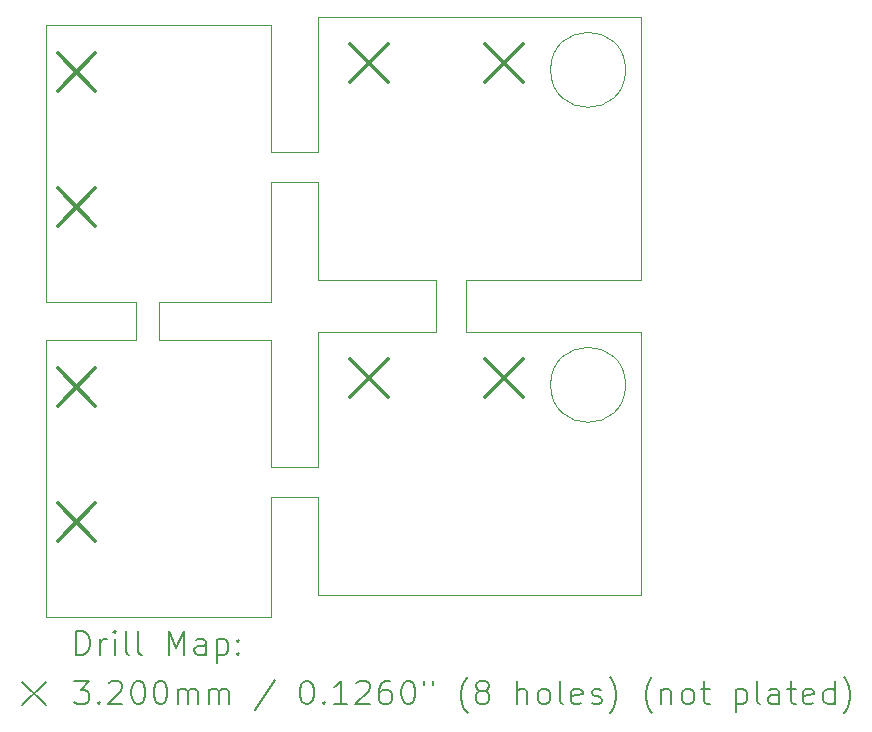
<source format=gbr>
%TF.GenerationSoftware,KiCad,Pcbnew,7.0.9*%
%TF.CreationDate,2024-06-07T23:50:48-04:00*%
%TF.ProjectId,8P breakout header,38502062-7265-4616-9b6f-757420686561,rev?*%
%TF.SameCoordinates,Original*%
%TF.FileFunction,Drillmap*%
%TF.FilePolarity,Positive*%
%FSLAX45Y45*%
G04 Gerber Fmt 4.5, Leading zero omitted, Abs format (unit mm)*
G04 Created by KiCad (PCBNEW 7.0.9) date 2024-06-07 23:50:48*
%MOMM*%
%LPD*%
G01*
G04 APERTURE LIST*
%ADD10C,0.100000*%
%ADD11C,0.200000*%
%ADD12C,0.320000*%
G04 APERTURE END LIST*
D10*
X19240500Y-7493000D02*
X20717250Y-7493000D01*
X19240500Y-7429500D02*
X19240500Y-7493000D01*
X19240500Y-7048500D02*
X19240500Y-7429500D01*
X20717250Y-7048500D02*
X19240500Y-7048500D01*
X18986500Y-7048500D02*
X17986750Y-7048500D01*
X18986500Y-7493000D02*
X18986500Y-7048500D01*
X17986750Y-7493000D02*
X18986500Y-7493000D01*
X16637000Y-7556500D02*
X17589500Y-7556500D01*
X16637000Y-7239000D02*
X16637000Y-7556500D01*
X17589500Y-7239000D02*
X16637000Y-7239000D01*
X16446500Y-7556500D02*
X15684500Y-7556500D01*
X16446500Y-7239000D02*
X16446500Y-7556500D01*
X15684500Y-7239000D02*
X16446500Y-7239000D01*
X20590250Y-7937500D02*
G75*
G03*
X20590250Y-7937500I-317500J0D01*
G01*
X17589500Y-9906000D02*
X17589500Y-8890000D01*
X15684500Y-7556500D02*
X15684500Y-9906000D01*
X17589500Y-8636000D02*
X17589500Y-7556500D01*
X17589500Y-8890000D02*
X17986750Y-8890000D01*
X17986750Y-7493000D02*
X17986750Y-8636000D01*
X15684500Y-9906000D02*
X17589500Y-9906000D01*
X17986750Y-9715500D02*
X20717250Y-9715500D01*
X17986750Y-8890000D02*
X17986750Y-9715500D01*
X20717250Y-9715500D02*
X20717250Y-7493000D01*
X17589500Y-8636000D02*
X17986750Y-8636000D01*
X17589500Y-6223000D02*
X17986750Y-6223000D01*
X17589500Y-5969000D02*
X17986750Y-5969000D01*
X17589500Y-7239000D02*
X17589500Y-6223000D01*
X15684500Y-4889500D02*
X15684500Y-7239000D01*
X17589500Y-4889500D02*
X15684500Y-4889500D01*
X17589500Y-5969000D02*
X17589500Y-4889500D01*
X17986750Y-4826000D02*
X17986750Y-5969000D01*
X20717250Y-4826000D02*
X17986750Y-4826000D01*
X20717250Y-7048500D02*
X20717250Y-4826000D01*
X17986750Y-6223000D02*
X17986750Y-7048500D01*
X20590250Y-5270500D02*
G75*
G03*
X20590250Y-5270500I-317500J0D01*
G01*
D11*
D12*
X15780500Y-5126750D02*
X16100500Y-5446750D01*
X16100500Y-5126750D02*
X15780500Y-5446750D01*
X15780500Y-6269750D02*
X16100500Y-6589750D01*
X16100500Y-6269750D02*
X15780500Y-6589750D01*
X15780500Y-7793750D02*
X16100500Y-8113750D01*
X16100500Y-7793750D02*
X15780500Y-8113750D01*
X15780500Y-8936750D02*
X16100500Y-9256750D01*
X16100500Y-8936750D02*
X15780500Y-9256750D01*
X18255000Y-5049000D02*
X18575000Y-5369000D01*
X18575000Y-5049000D02*
X18255000Y-5369000D01*
X18255000Y-7716000D02*
X18575000Y-8036000D01*
X18575000Y-7716000D02*
X18255000Y-8036000D01*
X19398000Y-5049000D02*
X19718000Y-5369000D01*
X19718000Y-5049000D02*
X19398000Y-5369000D01*
X19398000Y-7716000D02*
X19718000Y-8036000D01*
X19718000Y-7716000D02*
X19398000Y-8036000D01*
D11*
X15940277Y-10222484D02*
X15940277Y-10022484D01*
X15940277Y-10022484D02*
X15987896Y-10022484D01*
X15987896Y-10022484D02*
X16016467Y-10032008D01*
X16016467Y-10032008D02*
X16035515Y-10051055D01*
X16035515Y-10051055D02*
X16045039Y-10070103D01*
X16045039Y-10070103D02*
X16054562Y-10108198D01*
X16054562Y-10108198D02*
X16054562Y-10136770D01*
X16054562Y-10136770D02*
X16045039Y-10174865D01*
X16045039Y-10174865D02*
X16035515Y-10193912D01*
X16035515Y-10193912D02*
X16016467Y-10212960D01*
X16016467Y-10212960D02*
X15987896Y-10222484D01*
X15987896Y-10222484D02*
X15940277Y-10222484D01*
X16140277Y-10222484D02*
X16140277Y-10089150D01*
X16140277Y-10127246D02*
X16149801Y-10108198D01*
X16149801Y-10108198D02*
X16159324Y-10098674D01*
X16159324Y-10098674D02*
X16178372Y-10089150D01*
X16178372Y-10089150D02*
X16197420Y-10089150D01*
X16264086Y-10222484D02*
X16264086Y-10089150D01*
X16264086Y-10022484D02*
X16254562Y-10032008D01*
X16254562Y-10032008D02*
X16264086Y-10041531D01*
X16264086Y-10041531D02*
X16273610Y-10032008D01*
X16273610Y-10032008D02*
X16264086Y-10022484D01*
X16264086Y-10022484D02*
X16264086Y-10041531D01*
X16387896Y-10222484D02*
X16368848Y-10212960D01*
X16368848Y-10212960D02*
X16359324Y-10193912D01*
X16359324Y-10193912D02*
X16359324Y-10022484D01*
X16492658Y-10222484D02*
X16473610Y-10212960D01*
X16473610Y-10212960D02*
X16464086Y-10193912D01*
X16464086Y-10193912D02*
X16464086Y-10022484D01*
X16721229Y-10222484D02*
X16721229Y-10022484D01*
X16721229Y-10022484D02*
X16787896Y-10165341D01*
X16787896Y-10165341D02*
X16854563Y-10022484D01*
X16854563Y-10022484D02*
X16854563Y-10222484D01*
X17035515Y-10222484D02*
X17035515Y-10117722D01*
X17035515Y-10117722D02*
X17025991Y-10098674D01*
X17025991Y-10098674D02*
X17006944Y-10089150D01*
X17006944Y-10089150D02*
X16968848Y-10089150D01*
X16968848Y-10089150D02*
X16949801Y-10098674D01*
X17035515Y-10212960D02*
X17016467Y-10222484D01*
X17016467Y-10222484D02*
X16968848Y-10222484D01*
X16968848Y-10222484D02*
X16949801Y-10212960D01*
X16949801Y-10212960D02*
X16940277Y-10193912D01*
X16940277Y-10193912D02*
X16940277Y-10174865D01*
X16940277Y-10174865D02*
X16949801Y-10155817D01*
X16949801Y-10155817D02*
X16968848Y-10146293D01*
X16968848Y-10146293D02*
X17016467Y-10146293D01*
X17016467Y-10146293D02*
X17035515Y-10136770D01*
X17130753Y-10089150D02*
X17130753Y-10289150D01*
X17130753Y-10098674D02*
X17149801Y-10089150D01*
X17149801Y-10089150D02*
X17187896Y-10089150D01*
X17187896Y-10089150D02*
X17206944Y-10098674D01*
X17206944Y-10098674D02*
X17216467Y-10108198D01*
X17216467Y-10108198D02*
X17225991Y-10127246D01*
X17225991Y-10127246D02*
X17225991Y-10184389D01*
X17225991Y-10184389D02*
X17216467Y-10203436D01*
X17216467Y-10203436D02*
X17206944Y-10212960D01*
X17206944Y-10212960D02*
X17187896Y-10222484D01*
X17187896Y-10222484D02*
X17149801Y-10222484D01*
X17149801Y-10222484D02*
X17130753Y-10212960D01*
X17311705Y-10203436D02*
X17321229Y-10212960D01*
X17321229Y-10212960D02*
X17311705Y-10222484D01*
X17311705Y-10222484D02*
X17302182Y-10212960D01*
X17302182Y-10212960D02*
X17311705Y-10203436D01*
X17311705Y-10203436D02*
X17311705Y-10222484D01*
X17311705Y-10098674D02*
X17321229Y-10108198D01*
X17321229Y-10108198D02*
X17311705Y-10117722D01*
X17311705Y-10117722D02*
X17302182Y-10108198D01*
X17302182Y-10108198D02*
X17311705Y-10098674D01*
X17311705Y-10098674D02*
X17311705Y-10117722D01*
X15479500Y-10451000D02*
X15679500Y-10651000D01*
X15679500Y-10451000D02*
X15479500Y-10651000D01*
X15921229Y-10442484D02*
X16045039Y-10442484D01*
X16045039Y-10442484D02*
X15978372Y-10518674D01*
X15978372Y-10518674D02*
X16006943Y-10518674D01*
X16006943Y-10518674D02*
X16025991Y-10528198D01*
X16025991Y-10528198D02*
X16035515Y-10537722D01*
X16035515Y-10537722D02*
X16045039Y-10556770D01*
X16045039Y-10556770D02*
X16045039Y-10604389D01*
X16045039Y-10604389D02*
X16035515Y-10623436D01*
X16035515Y-10623436D02*
X16025991Y-10632960D01*
X16025991Y-10632960D02*
X16006943Y-10642484D01*
X16006943Y-10642484D02*
X15949801Y-10642484D01*
X15949801Y-10642484D02*
X15930753Y-10632960D01*
X15930753Y-10632960D02*
X15921229Y-10623436D01*
X16130753Y-10623436D02*
X16140277Y-10632960D01*
X16140277Y-10632960D02*
X16130753Y-10642484D01*
X16130753Y-10642484D02*
X16121229Y-10632960D01*
X16121229Y-10632960D02*
X16130753Y-10623436D01*
X16130753Y-10623436D02*
X16130753Y-10642484D01*
X16216467Y-10461531D02*
X16225991Y-10452008D01*
X16225991Y-10452008D02*
X16245039Y-10442484D01*
X16245039Y-10442484D02*
X16292658Y-10442484D01*
X16292658Y-10442484D02*
X16311705Y-10452008D01*
X16311705Y-10452008D02*
X16321229Y-10461531D01*
X16321229Y-10461531D02*
X16330753Y-10480579D01*
X16330753Y-10480579D02*
X16330753Y-10499627D01*
X16330753Y-10499627D02*
X16321229Y-10528198D01*
X16321229Y-10528198D02*
X16206943Y-10642484D01*
X16206943Y-10642484D02*
X16330753Y-10642484D01*
X16454562Y-10442484D02*
X16473610Y-10442484D01*
X16473610Y-10442484D02*
X16492658Y-10452008D01*
X16492658Y-10452008D02*
X16502182Y-10461531D01*
X16502182Y-10461531D02*
X16511705Y-10480579D01*
X16511705Y-10480579D02*
X16521229Y-10518674D01*
X16521229Y-10518674D02*
X16521229Y-10566293D01*
X16521229Y-10566293D02*
X16511705Y-10604389D01*
X16511705Y-10604389D02*
X16502182Y-10623436D01*
X16502182Y-10623436D02*
X16492658Y-10632960D01*
X16492658Y-10632960D02*
X16473610Y-10642484D01*
X16473610Y-10642484D02*
X16454562Y-10642484D01*
X16454562Y-10642484D02*
X16435515Y-10632960D01*
X16435515Y-10632960D02*
X16425991Y-10623436D01*
X16425991Y-10623436D02*
X16416467Y-10604389D01*
X16416467Y-10604389D02*
X16406943Y-10566293D01*
X16406943Y-10566293D02*
X16406943Y-10518674D01*
X16406943Y-10518674D02*
X16416467Y-10480579D01*
X16416467Y-10480579D02*
X16425991Y-10461531D01*
X16425991Y-10461531D02*
X16435515Y-10452008D01*
X16435515Y-10452008D02*
X16454562Y-10442484D01*
X16645039Y-10442484D02*
X16664086Y-10442484D01*
X16664086Y-10442484D02*
X16683134Y-10452008D01*
X16683134Y-10452008D02*
X16692658Y-10461531D01*
X16692658Y-10461531D02*
X16702182Y-10480579D01*
X16702182Y-10480579D02*
X16711705Y-10518674D01*
X16711705Y-10518674D02*
X16711705Y-10566293D01*
X16711705Y-10566293D02*
X16702182Y-10604389D01*
X16702182Y-10604389D02*
X16692658Y-10623436D01*
X16692658Y-10623436D02*
X16683134Y-10632960D01*
X16683134Y-10632960D02*
X16664086Y-10642484D01*
X16664086Y-10642484D02*
X16645039Y-10642484D01*
X16645039Y-10642484D02*
X16625991Y-10632960D01*
X16625991Y-10632960D02*
X16616467Y-10623436D01*
X16616467Y-10623436D02*
X16606943Y-10604389D01*
X16606943Y-10604389D02*
X16597420Y-10566293D01*
X16597420Y-10566293D02*
X16597420Y-10518674D01*
X16597420Y-10518674D02*
X16606943Y-10480579D01*
X16606943Y-10480579D02*
X16616467Y-10461531D01*
X16616467Y-10461531D02*
X16625991Y-10452008D01*
X16625991Y-10452008D02*
X16645039Y-10442484D01*
X16797420Y-10642484D02*
X16797420Y-10509150D01*
X16797420Y-10528198D02*
X16806944Y-10518674D01*
X16806944Y-10518674D02*
X16825991Y-10509150D01*
X16825991Y-10509150D02*
X16854563Y-10509150D01*
X16854563Y-10509150D02*
X16873610Y-10518674D01*
X16873610Y-10518674D02*
X16883134Y-10537722D01*
X16883134Y-10537722D02*
X16883134Y-10642484D01*
X16883134Y-10537722D02*
X16892658Y-10518674D01*
X16892658Y-10518674D02*
X16911705Y-10509150D01*
X16911705Y-10509150D02*
X16940277Y-10509150D01*
X16940277Y-10509150D02*
X16959325Y-10518674D01*
X16959325Y-10518674D02*
X16968848Y-10537722D01*
X16968848Y-10537722D02*
X16968848Y-10642484D01*
X17064086Y-10642484D02*
X17064086Y-10509150D01*
X17064086Y-10528198D02*
X17073610Y-10518674D01*
X17073610Y-10518674D02*
X17092658Y-10509150D01*
X17092658Y-10509150D02*
X17121229Y-10509150D01*
X17121229Y-10509150D02*
X17140277Y-10518674D01*
X17140277Y-10518674D02*
X17149801Y-10537722D01*
X17149801Y-10537722D02*
X17149801Y-10642484D01*
X17149801Y-10537722D02*
X17159325Y-10518674D01*
X17159325Y-10518674D02*
X17178372Y-10509150D01*
X17178372Y-10509150D02*
X17206944Y-10509150D01*
X17206944Y-10509150D02*
X17225991Y-10518674D01*
X17225991Y-10518674D02*
X17235515Y-10537722D01*
X17235515Y-10537722D02*
X17235515Y-10642484D01*
X17625991Y-10432960D02*
X17454563Y-10690103D01*
X17883134Y-10442484D02*
X17902182Y-10442484D01*
X17902182Y-10442484D02*
X17921229Y-10452008D01*
X17921229Y-10452008D02*
X17930753Y-10461531D01*
X17930753Y-10461531D02*
X17940277Y-10480579D01*
X17940277Y-10480579D02*
X17949801Y-10518674D01*
X17949801Y-10518674D02*
X17949801Y-10566293D01*
X17949801Y-10566293D02*
X17940277Y-10604389D01*
X17940277Y-10604389D02*
X17930753Y-10623436D01*
X17930753Y-10623436D02*
X17921229Y-10632960D01*
X17921229Y-10632960D02*
X17902182Y-10642484D01*
X17902182Y-10642484D02*
X17883134Y-10642484D01*
X17883134Y-10642484D02*
X17864087Y-10632960D01*
X17864087Y-10632960D02*
X17854563Y-10623436D01*
X17854563Y-10623436D02*
X17845039Y-10604389D01*
X17845039Y-10604389D02*
X17835515Y-10566293D01*
X17835515Y-10566293D02*
X17835515Y-10518674D01*
X17835515Y-10518674D02*
X17845039Y-10480579D01*
X17845039Y-10480579D02*
X17854563Y-10461531D01*
X17854563Y-10461531D02*
X17864087Y-10452008D01*
X17864087Y-10452008D02*
X17883134Y-10442484D01*
X18035515Y-10623436D02*
X18045039Y-10632960D01*
X18045039Y-10632960D02*
X18035515Y-10642484D01*
X18035515Y-10642484D02*
X18025991Y-10632960D01*
X18025991Y-10632960D02*
X18035515Y-10623436D01*
X18035515Y-10623436D02*
X18035515Y-10642484D01*
X18235515Y-10642484D02*
X18121229Y-10642484D01*
X18178372Y-10642484D02*
X18178372Y-10442484D01*
X18178372Y-10442484D02*
X18159325Y-10471055D01*
X18159325Y-10471055D02*
X18140277Y-10490103D01*
X18140277Y-10490103D02*
X18121229Y-10499627D01*
X18311706Y-10461531D02*
X18321229Y-10452008D01*
X18321229Y-10452008D02*
X18340277Y-10442484D01*
X18340277Y-10442484D02*
X18387896Y-10442484D01*
X18387896Y-10442484D02*
X18406944Y-10452008D01*
X18406944Y-10452008D02*
X18416468Y-10461531D01*
X18416468Y-10461531D02*
X18425991Y-10480579D01*
X18425991Y-10480579D02*
X18425991Y-10499627D01*
X18425991Y-10499627D02*
X18416468Y-10528198D01*
X18416468Y-10528198D02*
X18302182Y-10642484D01*
X18302182Y-10642484D02*
X18425991Y-10642484D01*
X18597420Y-10442484D02*
X18559325Y-10442484D01*
X18559325Y-10442484D02*
X18540277Y-10452008D01*
X18540277Y-10452008D02*
X18530753Y-10461531D01*
X18530753Y-10461531D02*
X18511706Y-10490103D01*
X18511706Y-10490103D02*
X18502182Y-10528198D01*
X18502182Y-10528198D02*
X18502182Y-10604389D01*
X18502182Y-10604389D02*
X18511706Y-10623436D01*
X18511706Y-10623436D02*
X18521229Y-10632960D01*
X18521229Y-10632960D02*
X18540277Y-10642484D01*
X18540277Y-10642484D02*
X18578372Y-10642484D01*
X18578372Y-10642484D02*
X18597420Y-10632960D01*
X18597420Y-10632960D02*
X18606944Y-10623436D01*
X18606944Y-10623436D02*
X18616468Y-10604389D01*
X18616468Y-10604389D02*
X18616468Y-10556770D01*
X18616468Y-10556770D02*
X18606944Y-10537722D01*
X18606944Y-10537722D02*
X18597420Y-10528198D01*
X18597420Y-10528198D02*
X18578372Y-10518674D01*
X18578372Y-10518674D02*
X18540277Y-10518674D01*
X18540277Y-10518674D02*
X18521229Y-10528198D01*
X18521229Y-10528198D02*
X18511706Y-10537722D01*
X18511706Y-10537722D02*
X18502182Y-10556770D01*
X18740277Y-10442484D02*
X18759325Y-10442484D01*
X18759325Y-10442484D02*
X18778372Y-10452008D01*
X18778372Y-10452008D02*
X18787896Y-10461531D01*
X18787896Y-10461531D02*
X18797420Y-10480579D01*
X18797420Y-10480579D02*
X18806944Y-10518674D01*
X18806944Y-10518674D02*
X18806944Y-10566293D01*
X18806944Y-10566293D02*
X18797420Y-10604389D01*
X18797420Y-10604389D02*
X18787896Y-10623436D01*
X18787896Y-10623436D02*
X18778372Y-10632960D01*
X18778372Y-10632960D02*
X18759325Y-10642484D01*
X18759325Y-10642484D02*
X18740277Y-10642484D01*
X18740277Y-10642484D02*
X18721229Y-10632960D01*
X18721229Y-10632960D02*
X18711706Y-10623436D01*
X18711706Y-10623436D02*
X18702182Y-10604389D01*
X18702182Y-10604389D02*
X18692658Y-10566293D01*
X18692658Y-10566293D02*
X18692658Y-10518674D01*
X18692658Y-10518674D02*
X18702182Y-10480579D01*
X18702182Y-10480579D02*
X18711706Y-10461531D01*
X18711706Y-10461531D02*
X18721229Y-10452008D01*
X18721229Y-10452008D02*
X18740277Y-10442484D01*
X18883134Y-10442484D02*
X18883134Y-10480579D01*
X18959325Y-10442484D02*
X18959325Y-10480579D01*
X19254563Y-10718674D02*
X19245039Y-10709150D01*
X19245039Y-10709150D02*
X19225991Y-10680579D01*
X19225991Y-10680579D02*
X19216468Y-10661531D01*
X19216468Y-10661531D02*
X19206944Y-10632960D01*
X19206944Y-10632960D02*
X19197420Y-10585341D01*
X19197420Y-10585341D02*
X19197420Y-10547246D01*
X19197420Y-10547246D02*
X19206944Y-10499627D01*
X19206944Y-10499627D02*
X19216468Y-10471055D01*
X19216468Y-10471055D02*
X19225991Y-10452008D01*
X19225991Y-10452008D02*
X19245039Y-10423436D01*
X19245039Y-10423436D02*
X19254563Y-10413912D01*
X19359325Y-10528198D02*
X19340277Y-10518674D01*
X19340277Y-10518674D02*
X19330753Y-10509150D01*
X19330753Y-10509150D02*
X19321230Y-10490103D01*
X19321230Y-10490103D02*
X19321230Y-10480579D01*
X19321230Y-10480579D02*
X19330753Y-10461531D01*
X19330753Y-10461531D02*
X19340277Y-10452008D01*
X19340277Y-10452008D02*
X19359325Y-10442484D01*
X19359325Y-10442484D02*
X19397420Y-10442484D01*
X19397420Y-10442484D02*
X19416468Y-10452008D01*
X19416468Y-10452008D02*
X19425991Y-10461531D01*
X19425991Y-10461531D02*
X19435515Y-10480579D01*
X19435515Y-10480579D02*
X19435515Y-10490103D01*
X19435515Y-10490103D02*
X19425991Y-10509150D01*
X19425991Y-10509150D02*
X19416468Y-10518674D01*
X19416468Y-10518674D02*
X19397420Y-10528198D01*
X19397420Y-10528198D02*
X19359325Y-10528198D01*
X19359325Y-10528198D02*
X19340277Y-10537722D01*
X19340277Y-10537722D02*
X19330753Y-10547246D01*
X19330753Y-10547246D02*
X19321230Y-10566293D01*
X19321230Y-10566293D02*
X19321230Y-10604389D01*
X19321230Y-10604389D02*
X19330753Y-10623436D01*
X19330753Y-10623436D02*
X19340277Y-10632960D01*
X19340277Y-10632960D02*
X19359325Y-10642484D01*
X19359325Y-10642484D02*
X19397420Y-10642484D01*
X19397420Y-10642484D02*
X19416468Y-10632960D01*
X19416468Y-10632960D02*
X19425991Y-10623436D01*
X19425991Y-10623436D02*
X19435515Y-10604389D01*
X19435515Y-10604389D02*
X19435515Y-10566293D01*
X19435515Y-10566293D02*
X19425991Y-10547246D01*
X19425991Y-10547246D02*
X19416468Y-10537722D01*
X19416468Y-10537722D02*
X19397420Y-10528198D01*
X19673611Y-10642484D02*
X19673611Y-10442484D01*
X19759325Y-10642484D02*
X19759325Y-10537722D01*
X19759325Y-10537722D02*
X19749801Y-10518674D01*
X19749801Y-10518674D02*
X19730753Y-10509150D01*
X19730753Y-10509150D02*
X19702182Y-10509150D01*
X19702182Y-10509150D02*
X19683134Y-10518674D01*
X19683134Y-10518674D02*
X19673611Y-10528198D01*
X19883134Y-10642484D02*
X19864087Y-10632960D01*
X19864087Y-10632960D02*
X19854563Y-10623436D01*
X19854563Y-10623436D02*
X19845039Y-10604389D01*
X19845039Y-10604389D02*
X19845039Y-10547246D01*
X19845039Y-10547246D02*
X19854563Y-10528198D01*
X19854563Y-10528198D02*
X19864087Y-10518674D01*
X19864087Y-10518674D02*
X19883134Y-10509150D01*
X19883134Y-10509150D02*
X19911706Y-10509150D01*
X19911706Y-10509150D02*
X19930753Y-10518674D01*
X19930753Y-10518674D02*
X19940277Y-10528198D01*
X19940277Y-10528198D02*
X19949801Y-10547246D01*
X19949801Y-10547246D02*
X19949801Y-10604389D01*
X19949801Y-10604389D02*
X19940277Y-10623436D01*
X19940277Y-10623436D02*
X19930753Y-10632960D01*
X19930753Y-10632960D02*
X19911706Y-10642484D01*
X19911706Y-10642484D02*
X19883134Y-10642484D01*
X20064087Y-10642484D02*
X20045039Y-10632960D01*
X20045039Y-10632960D02*
X20035515Y-10613912D01*
X20035515Y-10613912D02*
X20035515Y-10442484D01*
X20216468Y-10632960D02*
X20197420Y-10642484D01*
X20197420Y-10642484D02*
X20159325Y-10642484D01*
X20159325Y-10642484D02*
X20140277Y-10632960D01*
X20140277Y-10632960D02*
X20130753Y-10613912D01*
X20130753Y-10613912D02*
X20130753Y-10537722D01*
X20130753Y-10537722D02*
X20140277Y-10518674D01*
X20140277Y-10518674D02*
X20159325Y-10509150D01*
X20159325Y-10509150D02*
X20197420Y-10509150D01*
X20197420Y-10509150D02*
X20216468Y-10518674D01*
X20216468Y-10518674D02*
X20225992Y-10537722D01*
X20225992Y-10537722D02*
X20225992Y-10556770D01*
X20225992Y-10556770D02*
X20130753Y-10575817D01*
X20302182Y-10632960D02*
X20321230Y-10642484D01*
X20321230Y-10642484D02*
X20359325Y-10642484D01*
X20359325Y-10642484D02*
X20378373Y-10632960D01*
X20378373Y-10632960D02*
X20387896Y-10613912D01*
X20387896Y-10613912D02*
X20387896Y-10604389D01*
X20387896Y-10604389D02*
X20378373Y-10585341D01*
X20378373Y-10585341D02*
X20359325Y-10575817D01*
X20359325Y-10575817D02*
X20330753Y-10575817D01*
X20330753Y-10575817D02*
X20311706Y-10566293D01*
X20311706Y-10566293D02*
X20302182Y-10547246D01*
X20302182Y-10547246D02*
X20302182Y-10537722D01*
X20302182Y-10537722D02*
X20311706Y-10518674D01*
X20311706Y-10518674D02*
X20330753Y-10509150D01*
X20330753Y-10509150D02*
X20359325Y-10509150D01*
X20359325Y-10509150D02*
X20378373Y-10518674D01*
X20454563Y-10718674D02*
X20464087Y-10709150D01*
X20464087Y-10709150D02*
X20483134Y-10680579D01*
X20483134Y-10680579D02*
X20492658Y-10661531D01*
X20492658Y-10661531D02*
X20502182Y-10632960D01*
X20502182Y-10632960D02*
X20511706Y-10585341D01*
X20511706Y-10585341D02*
X20511706Y-10547246D01*
X20511706Y-10547246D02*
X20502182Y-10499627D01*
X20502182Y-10499627D02*
X20492658Y-10471055D01*
X20492658Y-10471055D02*
X20483134Y-10452008D01*
X20483134Y-10452008D02*
X20464087Y-10423436D01*
X20464087Y-10423436D02*
X20454563Y-10413912D01*
X20816468Y-10718674D02*
X20806944Y-10709150D01*
X20806944Y-10709150D02*
X20787896Y-10680579D01*
X20787896Y-10680579D02*
X20778373Y-10661531D01*
X20778373Y-10661531D02*
X20768849Y-10632960D01*
X20768849Y-10632960D02*
X20759325Y-10585341D01*
X20759325Y-10585341D02*
X20759325Y-10547246D01*
X20759325Y-10547246D02*
X20768849Y-10499627D01*
X20768849Y-10499627D02*
X20778373Y-10471055D01*
X20778373Y-10471055D02*
X20787896Y-10452008D01*
X20787896Y-10452008D02*
X20806944Y-10423436D01*
X20806944Y-10423436D02*
X20816468Y-10413912D01*
X20892658Y-10509150D02*
X20892658Y-10642484D01*
X20892658Y-10528198D02*
X20902182Y-10518674D01*
X20902182Y-10518674D02*
X20921230Y-10509150D01*
X20921230Y-10509150D02*
X20949801Y-10509150D01*
X20949801Y-10509150D02*
X20968849Y-10518674D01*
X20968849Y-10518674D02*
X20978373Y-10537722D01*
X20978373Y-10537722D02*
X20978373Y-10642484D01*
X21102182Y-10642484D02*
X21083134Y-10632960D01*
X21083134Y-10632960D02*
X21073611Y-10623436D01*
X21073611Y-10623436D02*
X21064087Y-10604389D01*
X21064087Y-10604389D02*
X21064087Y-10547246D01*
X21064087Y-10547246D02*
X21073611Y-10528198D01*
X21073611Y-10528198D02*
X21083134Y-10518674D01*
X21083134Y-10518674D02*
X21102182Y-10509150D01*
X21102182Y-10509150D02*
X21130754Y-10509150D01*
X21130754Y-10509150D02*
X21149801Y-10518674D01*
X21149801Y-10518674D02*
X21159325Y-10528198D01*
X21159325Y-10528198D02*
X21168849Y-10547246D01*
X21168849Y-10547246D02*
X21168849Y-10604389D01*
X21168849Y-10604389D02*
X21159325Y-10623436D01*
X21159325Y-10623436D02*
X21149801Y-10632960D01*
X21149801Y-10632960D02*
X21130754Y-10642484D01*
X21130754Y-10642484D02*
X21102182Y-10642484D01*
X21225992Y-10509150D02*
X21302182Y-10509150D01*
X21254563Y-10442484D02*
X21254563Y-10613912D01*
X21254563Y-10613912D02*
X21264087Y-10632960D01*
X21264087Y-10632960D02*
X21283134Y-10642484D01*
X21283134Y-10642484D02*
X21302182Y-10642484D01*
X21521230Y-10509150D02*
X21521230Y-10709150D01*
X21521230Y-10518674D02*
X21540277Y-10509150D01*
X21540277Y-10509150D02*
X21578373Y-10509150D01*
X21578373Y-10509150D02*
X21597420Y-10518674D01*
X21597420Y-10518674D02*
X21606944Y-10528198D01*
X21606944Y-10528198D02*
X21616468Y-10547246D01*
X21616468Y-10547246D02*
X21616468Y-10604389D01*
X21616468Y-10604389D02*
X21606944Y-10623436D01*
X21606944Y-10623436D02*
X21597420Y-10632960D01*
X21597420Y-10632960D02*
X21578373Y-10642484D01*
X21578373Y-10642484D02*
X21540277Y-10642484D01*
X21540277Y-10642484D02*
X21521230Y-10632960D01*
X21730754Y-10642484D02*
X21711706Y-10632960D01*
X21711706Y-10632960D02*
X21702182Y-10613912D01*
X21702182Y-10613912D02*
X21702182Y-10442484D01*
X21892658Y-10642484D02*
X21892658Y-10537722D01*
X21892658Y-10537722D02*
X21883135Y-10518674D01*
X21883135Y-10518674D02*
X21864087Y-10509150D01*
X21864087Y-10509150D02*
X21825992Y-10509150D01*
X21825992Y-10509150D02*
X21806944Y-10518674D01*
X21892658Y-10632960D02*
X21873611Y-10642484D01*
X21873611Y-10642484D02*
X21825992Y-10642484D01*
X21825992Y-10642484D02*
X21806944Y-10632960D01*
X21806944Y-10632960D02*
X21797420Y-10613912D01*
X21797420Y-10613912D02*
X21797420Y-10594865D01*
X21797420Y-10594865D02*
X21806944Y-10575817D01*
X21806944Y-10575817D02*
X21825992Y-10566293D01*
X21825992Y-10566293D02*
X21873611Y-10566293D01*
X21873611Y-10566293D02*
X21892658Y-10556770D01*
X21959325Y-10509150D02*
X22035515Y-10509150D01*
X21987896Y-10442484D02*
X21987896Y-10613912D01*
X21987896Y-10613912D02*
X21997420Y-10632960D01*
X21997420Y-10632960D02*
X22016468Y-10642484D01*
X22016468Y-10642484D02*
X22035515Y-10642484D01*
X22178373Y-10632960D02*
X22159325Y-10642484D01*
X22159325Y-10642484D02*
X22121230Y-10642484D01*
X22121230Y-10642484D02*
X22102182Y-10632960D01*
X22102182Y-10632960D02*
X22092658Y-10613912D01*
X22092658Y-10613912D02*
X22092658Y-10537722D01*
X22092658Y-10537722D02*
X22102182Y-10518674D01*
X22102182Y-10518674D02*
X22121230Y-10509150D01*
X22121230Y-10509150D02*
X22159325Y-10509150D01*
X22159325Y-10509150D02*
X22178373Y-10518674D01*
X22178373Y-10518674D02*
X22187896Y-10537722D01*
X22187896Y-10537722D02*
X22187896Y-10556770D01*
X22187896Y-10556770D02*
X22092658Y-10575817D01*
X22359325Y-10642484D02*
X22359325Y-10442484D01*
X22359325Y-10632960D02*
X22340277Y-10642484D01*
X22340277Y-10642484D02*
X22302182Y-10642484D01*
X22302182Y-10642484D02*
X22283135Y-10632960D01*
X22283135Y-10632960D02*
X22273611Y-10623436D01*
X22273611Y-10623436D02*
X22264087Y-10604389D01*
X22264087Y-10604389D02*
X22264087Y-10547246D01*
X22264087Y-10547246D02*
X22273611Y-10528198D01*
X22273611Y-10528198D02*
X22283135Y-10518674D01*
X22283135Y-10518674D02*
X22302182Y-10509150D01*
X22302182Y-10509150D02*
X22340277Y-10509150D01*
X22340277Y-10509150D02*
X22359325Y-10518674D01*
X22435515Y-10718674D02*
X22445039Y-10709150D01*
X22445039Y-10709150D02*
X22464087Y-10680579D01*
X22464087Y-10680579D02*
X22473611Y-10661531D01*
X22473611Y-10661531D02*
X22483134Y-10632960D01*
X22483134Y-10632960D02*
X22492658Y-10585341D01*
X22492658Y-10585341D02*
X22492658Y-10547246D01*
X22492658Y-10547246D02*
X22483134Y-10499627D01*
X22483134Y-10499627D02*
X22473611Y-10471055D01*
X22473611Y-10471055D02*
X22464087Y-10452008D01*
X22464087Y-10452008D02*
X22445039Y-10423436D01*
X22445039Y-10423436D02*
X22435515Y-10413912D01*
M02*

</source>
